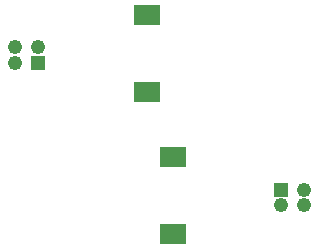
<source format=gbs>
G04*
G04 #@! TF.GenerationSoftware,Altium Limited,Altium Designer,22.8.2 (66)*
G04*
G04 Layer_Color=16711935*
%FSLAX44Y44*%
%MOMM*%
G71*
G04*
G04 #@! TF.SameCoordinates,03C31CE9-7C2E-41FB-898D-559C101E88B0*
G04*
G04*
G04 #@! TF.FilePolarity,Negative*
G04*
G01*
G75*
%ADD10R,1.2232X1.2232*%
%ADD11C,1.2232*%
%ADD17R,2.2032X1.7032*%
D10*
X96500Y316560D02*
D03*
X301560Y209160D02*
D03*
D11*
X76500Y316560D02*
D03*
Y329560D02*
D03*
X96500D02*
D03*
X321560Y209160D02*
D03*
Y196160D02*
D03*
X301560D02*
D03*
D17*
X188060Y291563D02*
D03*
Y356563D02*
D03*
X210060Y171560D02*
D03*
Y236560D02*
D03*
M02*

</source>
